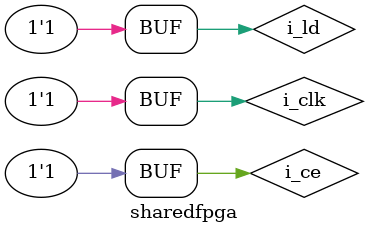
<source format=v>
`timescale 1ns / 1ps


module sharedfpga;
//inputs
parameter	P = 8, // log2(tbl)
			W = 32, // word size
			OW = 8; // output width
	//
		reg		i_clk; // clk
	//
		reg		i_ld; //
	
	
	//
		reg		i_ce;
	 reg [7:0] voltage;
		wire [OW-1:0]	o_val;
 fpga_run uut(
 .i_clk(i_clk),
 .i_ld(i_ld),
 .o_val(o_val),
 .i_ce(i_ce),
  .voltage(voltage) );
 initial begin
  i_clk=1;     
  {i_ld,  i_ce} = {1'b1 , 1'b1 };
 repeat (1000) begin
 
 #5 i_clk = 0;
 #5 i_clk = 1;
 voltage = $urandom%255;

 end
  
     end
endmodule

</source>
